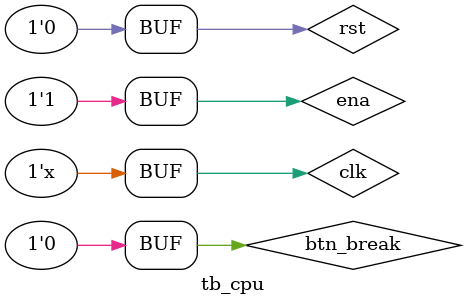
<source format=v>
`timescale 1ns / 1ps


module tb_cpu;
reg clk = 0;
reg rst = 0;
reg ena = 1;
reg btn_break = 0;

always #10 clk = ~clk;

initial
begin
    #10 rst = 1;
    #10 rst = 0;
    #99999 btn_break = 1;
    #98374 btn_break = 0;
end

CPU54 uut(
    .clk(clk),
    .rst(rst),
    .ena(ena),
    .btn_break(btn_break)
    );

endmodule

</source>
